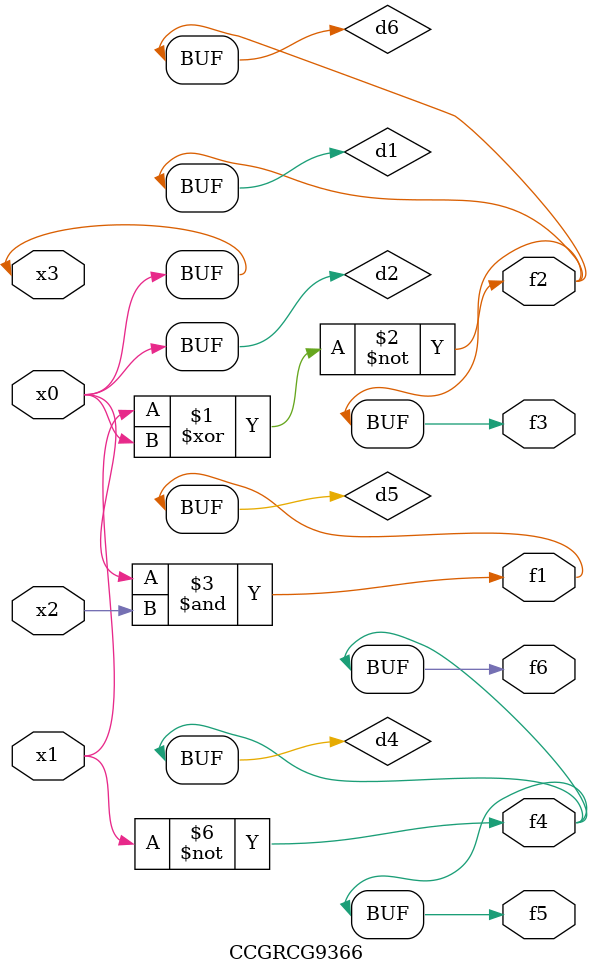
<source format=v>
module CCGRCG9366(
	input x0, x1, x2, x3,
	output f1, f2, f3, f4, f5, f6
);

	wire d1, d2, d3, d4, d5, d6;

	xnor (d1, x1, x3);
	buf (d2, x0, x3);
	nand (d3, x0, x2);
	not (d4, x1);
	nand (d5, d3);
	or (d6, d1);
	assign f1 = d5;
	assign f2 = d6;
	assign f3 = d6;
	assign f4 = d4;
	assign f5 = d4;
	assign f6 = d4;
endmodule

</source>
